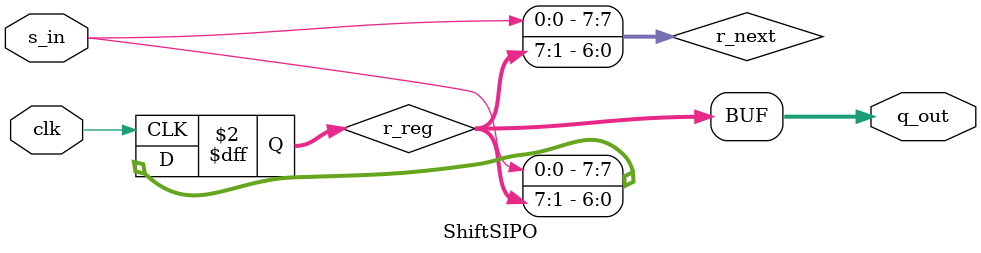
<source format=v>
module ShiftSIPO (
    input wire clk,        
    input wire s_in,      
    output wire [7:0] q_out);
reg [7:0] r_reg;          
wire [7:0] r_next;        
always @(negedge clk)
    r_reg <= r_next;

assign r_next = {s_in, r_reg[7:1]};
assign q_out = r_reg;

endmodule


</source>
